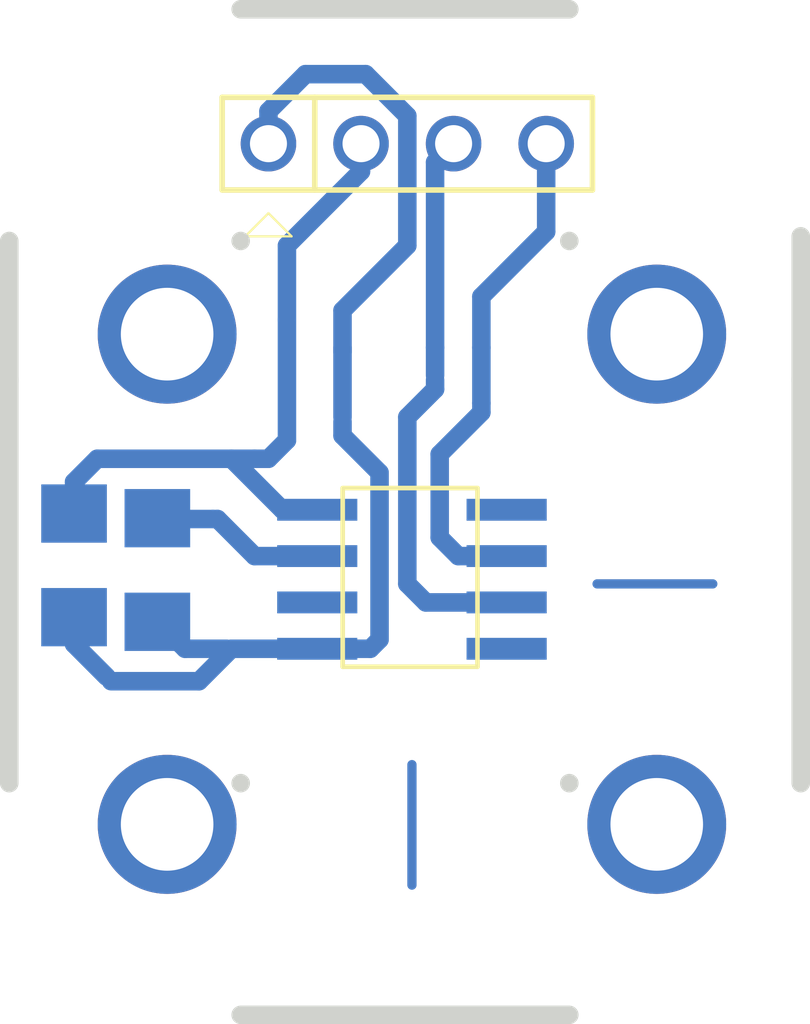
<source format=kicad_pcb>
(kicad_pcb (version 4) (host json2kicad_pcb "2020-10-03 00:10:19")

  (general
    (links 0)
    (no_connects 0)
    (area -95.25 -44.577 9.4996 9.4996)
    (thickness 1.6002)
    (drawings 0)
    (tracks 54)
    (zones 0)
    (modules 5)
    (nets 183)
  )

  (page A3)
  (title_block
    (date "30 dec 2015")
  )

  (layers
  (0 B.Cu signal)
  (1 Inner1.Cu signal)
  (2 Inner2.Cu signal)
  (15 F.Cu signal)
  (20 B.SilkS user)
  (21 F.SilkS user)
  (22 B.Paste user)
  (23 F.Paste user)
  (24 Dwgs.User user)
  (25 Cmts.User user)
  (26 Eco1.User user)
  (27 Eco2.User user)
  (28 Edge.Cuts user)
  (31 B.Cu signal)
  (32 B.Adhes user)
  (33 F.Adhes user)
  (34 B.Paste user)
  (35 F.Paste user)
  (36 B.SilkS user)
  (37 F.SilkS user)
  (38 B.Mask user)
  (39 F.Mask user)
  (40 Dwgs.User user)
  (41 Cmts.User user)
  (42 Eco1.User user)
  (43 Eco2.User user)
  (44 Edge.Cuts user)
  )

  (setup
(last_trace_width 0.254)
    (trace_clearance 0.254)
    (zone_clearance 0.508)
    (zone_45_only no)
    (trace_min 0.254)
    (segment_width 0.2)
    (edge_width 0.1)
    (via_size 1.19888)
    (via_drill 0.635)
    (via_min_size 0.889)
    (via_min_drill 0.508)
    (uvia_size 0.508)
    (uvia_drill 0.127)
    (uvias_allowed no)
    (uvia_min_size 0.508)
    (uvia_min_drill 0.127)
    (pcb_text_width 0.3)
    (pcb_text_size 1.5 1.5)
    (mod_edge_width 0.15)
    (mod_text_size 1 1)
    (mod_text_width 0.15)
    (pad_size 1.5 1.5)
    (pad_drill 0.6)
    (pad_to_mask_clearance 0)
    (aux_axis_origin 0 0)
    (visible_elements 7FFFFFFF)
    (pcbplotparams
      (layerselection 0x00030_80000001)
      (usegerberextensions true)
      (excludeedgelayer true)
      (linewidth 0.150000)
      (plotframeref false)
      (viasonmask false)
      (mode 1)
      (useauxorigin false)
      (hpglpennumber 1)
      (hpglpenspeed 20)
      (hpglpendiameter 15)
      (hpglpenoverlay 2)
      (psnegative false)
      (psa4output false)
      (plotreference true)
      (plotvalue true)
      (plotinvisibletext false)
      (padsonsilk false)
      (subtractmaskfromsilk false)
      (outputformat 1)
      (mirror false)
      (drillshape 1)
      (scaleselection 1)
      (outputdirectory ""))
  )

  (net 0 "")
  (net 1 "N-00001")
  (net 2 "N-00002")
  (net 3 "N-00003")
  (net 4 "N-00004")
  (net 5 "N-00005")
  (net 6 "N-00006")
  (net 7 "N-00007")
  (net 8 "N-00008")
  (net 9 "N-00009")
  (net 10 "N-00010")
  (net 11 "N-00011")
  (net 12 "N-00012")
  (net 13 "N-00013")
  (net 14 "N-00014")
  (net 15 "N-00015")
  (net 16 "N-00016")
  (net 17 "N-00017")
  (net 18 "N-00018")
  (net 19 "N-00019")
  (net 20 "N-00020")
  (net 21 "N-00021")
  (net 22 "N-00022")
  (net 23 "N-00023")
  (net 24 "N-00024")
  (net 25 "N-00025")
  (net 26 "N-00026")
  (net 27 "N-00027")
  (net 28 "N-00028")
  (net 29 "N-00029")
  (net 30 "N-00030")
  (net 31 "N-00031")
  (net 32 "N-00032")
  (net 33 "N-00033")
  (net 34 "N-00034")
  (net 35 "N-00035")
  (net 36 "N-00036")
  (net 37 "N-00037")
  (net 38 "N-00038")
  (net 39 "N-00039")
  (net 40 "N-00040")
  (net 41 "N-00041")
  (net 42 "N-00042")
  (net 43 "N-00043")
  (net 44 "N-00044")
  (net 45 "N-00045")
  (net 46 "N-00046")
  (net 47 "N-00047")
  (net 48 "N-00048")
  (net 49 "N-00049")
  (net 50 "N-00050")
  (net 51 "N-00051")
  (net 52 "N-00052")
  (net 82 "N-00082")
  (net 80 "N-00080")
  (net 55 "N-00055")
  (net 56 "N-00056")
  (net 57 "N-00057")
  (net 58 "N-00058")
  (net 59 "N-00059")
  (net 60 "N-00060")
  (net 61 "N-00061")
  (net 62 "N-00062")
  (net 63 "N-00063")
  (net 64 "N-00064")
  (net 65 "N-00065")
  (net 66 "N-00066")
  (net 67 "N-00067")
  (net 68 "N-00068")
  (net 81 "N-00081")
  (net 70 "N-00070")
  (net 71 "N-00071")
  (net 72 "N-00072")
  (net 73 "N-00073")
  (net 74 "N-00074")
  (net 75 "N-00075")
  (net 76 "N-00076")
  (net 77 "N-00077")
  (net 78 "N-00078")
  (net 79 "N-00079")
  (net 83 "N-00083")
  (net 84 "N-00084")
  (net 85 "N-00085")
  (net 86 "N-00086")
  (net 87 "N-00087")
  (net 88 "N-00088")
  (net 89 "N-00089")
  (net 90 "N-00090")
  (net 91 "N-00091")
  (net 92 "N-00092")
  (net 93 "N-00093")
  (net 94 "N-00094")
  (net 95 "N-00095")
  (net 96 "N-00096")
  (net 97 "N-00097")
  (net 98 "N-00098")
  (net 99 "N-00099")
  (net 100 "N-00100")
  (net 101 "N-00101")
  (net 102 "N-00102")
  (net 103 "N-00103")
  (net 104 "N-00104")
  (net 105 "N-00105")
  (net 106 "N-00106")
  (net 107 "N-00107")
  (net 108 "N-00108")
  (net 109 "N-00109")
  (net 110 "N-00110")
  (net 111 "N-00111")
  (net 112 "N-00112")
  (net 113 "N-00113")
  (net 114 "N-00114")
  (net 115 "N-00115")
  (net 116 "N-00116")
  (net 117 "N-00117")
  (net 118 "N-00118")
  (net 119 "N-00119")
  (net 120 "N-00120")
  (net 121 "N-00121")
  (net 122 "N-00122")
  (net 123 "N-00123")
  (net 124 "N-00124")
  (net 125 "N-00125")
  (net 126 "N-00126")
  (net 127 "N-00127")
  (net 128 "N-00128")
  (net 129 "N-00129")
  (net 130 "N-00130")
  (net 131 "N-00131")
  (net 132 "N-00132")
  (net 133 "N-00133")
  (net 134 "N-00134")
  (net 135 "N-00135")
  (net 136 "N-00136")
  (net 137 "N-00137")
  (net 138 "N-00138")
  (net 139 "N-00139")
  (net 140 "N-00140")
  (net 141 "N-00141")
  (net 142 "N-00142")
  (net 143 "N-00143")
  (net 144 "N-00144")
  (net 145 "N-00145")
  (net 146 "N-00146")
  (net 147 "N-00147")
  (net 148 "N-00148")
  (net 149 "N-00149")
  (net 150 "N-00150")
  (net 151 "N-00151")
  (net 152 "N-00152")
  (net 153 "N-00153")
  (net 154 "N-00154")
  (net 155 "N-00155")
  (net 156 "N-00156")
  (net 159 "N-00159")
  (net 160 "N-00160")
  (net 161 "N-00161")
  (net 162 "N-00162")
  (net 163 "N-00163")
  (net 164 "N-00164")
  (net 165 "N-00165")
  (net 166 "N-00166")
  (net 167 "N-00167")
  (net 168 "N-00168")
  (net 169 "N-00169")
  (net 170 "N-00170")
  (net 171 "N-00171")
  (net 172 "N-00172")
  (net 173 "N-00173")
  (net 174 "N-00174")
  (net 175 "N-00175")
  (net 176 "N-00176")
  (net 177 "N-00177")
  (net 178 "N-00178")
  (net 179 "N-00179")
  (net 180 "N-00180")
  (net 181 "N-00181")
  (net 182 "N-00182")
  (net 183 "N-00183")
  (net 190 "N-00190")
  (net 195 "N-00195")
  (net 188 "N-00188")
  (net 192 "N-00192")

  (net_class Default "This is the default net class."
    (via_dia 1.19888)
    (via_drill 0.635)
    (uvia_drill 0.127)
    (trace_width 0.254)
    (uvia_dia 0.508)
    (clearance 0.254)
    (add_net "")
    (add_net "N-00001")
    (add_net "N-00002")
    (add_net "N-00003")
    (add_net "N-00004")
    (add_net "N-00005")
    (add_net "N-00006")
    (add_net "N-00007")
    (add_net "N-00008")
    (add_net "N-00009")
    (add_net "N-00010")
    (add_net "N-00011")
    (add_net "N-00012")
    (add_net "N-00013")
    (add_net "N-00014")
    (add_net "N-00015")
    (add_net "N-00016")
    (add_net "N-00017")
    (add_net "N-00018")
    (add_net "N-00019")
    (add_net "N-00020")
    (add_net "N-00021")
    (add_net "N-00022")
    (add_net "N-00023")
    (add_net "N-00024")
    (add_net "N-00025")
    (add_net "N-00026")
    (add_net "N-00027")
    (add_net "N-00028")
    (add_net "N-00029")
    (add_net "N-00030")
    (add_net "N-00031")
    (add_net "N-00032")
    (add_net "N-00033")
    (add_net "N-00034")
    (add_net "N-00035")
    (add_net "N-00036")
    (add_net "N-00037")
    (add_net "N-00038")
    (add_net "N-00039")
    (add_net "N-00040")
    (add_net "N-00041")
    (add_net "N-00042")
    (add_net "N-00043")
    (add_net "N-00044")
    (add_net "N-00045")
    (add_net "N-00046")
    (add_net "N-00047")
    (add_net "N-00048")
    (add_net "")
    (add_net "N-00050")
    (add_net "N-00051")
    (add_net "N-00052")
    (add_net "N-00055")
    (add_net "N-00056")
    (add_net "N-00057")
    (add_net "N-00058")
    (add_net "N-00059")
    (add_net "N-00060")
    (add_net "N-00061")
    (add_net "N-00062")
    (add_net "N-00063")
    (add_net "N-00064")
    (add_net "N-00065")
    (add_net "N-00066")
    (add_net "N-00067")
    (add_net "N-00068")
    (add_net "N-00070")
    (add_net "N-00071")
    (add_net "N-00072")
    (add_net "N-00073")
    (add_net "N-00074")
    (add_net "N-00075")
    (add_net "N-00076")
    (add_net "N-00077")
    (add_net "N-00078")
    (add_net "N-00079")
    (add_net "N-00080")
    (add_net "N-00081")
    (add_net "N-00082")
    (add_net "N-00083")
    (add_net "N-00084")
    (add_net "N-00085")
    (add_net "N-00086")
    (add_net "N-00087")
    (add_net "N-00088")
    (add_net "N-00089")
    (add_net "N-00090")
    (add_net "N-00091")
    (add_net "N-00092")
    (add_net "N-00093")
    (add_net "N-00094")
    (add_net "N-00095")
    (add_net "N-00096")
    (add_net "N-00097")
    (add_net "N-00098")
    (add_net "N-00099")
    (add_net "N-00100")
    (add_net "N-00101")
    (add_net "N-00102")
    (add_net "N-00103")
    (add_net "N-00104")
    (add_net "N-00105")
    (add_net "N-00106")
    (add_net "N-00107")
    (add_net "N-00108")
    (add_net "N-00109")
    (add_net "N-00110")
    (add_net "N-00111")
    (add_net "N-00112")
    (add_net "N-00113")
    (add_net "N-00114")
    (add_net "N-00115")
    (add_net "N-00116")
    (add_net "N-00117")
    (add_net "N-00118")
    (add_net "N-00119")
    (add_net "N-00120")
    (add_net "N-00121")
    (add_net "N-00122")
    (add_net "N-00123")
    (add_net "N-00124")
    (add_net "N-00125")
    (add_net "N-00126")
    (add_net "N-00127")
    (add_net "N-00128")
    (add_net "N-00129")
    (add_net "N-00130")
    (add_net "N-00131")
    (add_net "N-00132")
    (add_net "N-00133")
    (add_net "N-00134")
    (add_net "N-00135")
    (add_net "N-00136")
    (add_net "N-00137")
    (add_net "N-00138")
    (add_net "N-00139")
    (add_net "N-00140")
    (add_net "N-00141")
    (add_net "N-00142")
    (add_net "N-00143")
    (add_net "N-00144")
    (add_net "N-00145")
    (add_net "N-00146")
    (add_net "N-00147")
    (add_net "N-00148")
    (add_net "N-00149")
    (add_net "N-00150")
    (add_net "N-00151")
    (add_net "N-00152")
    (add_net "N-00153")
    (add_net "N-00154")
    (add_net "N-00155")
    (add_net "N-00156")
    (add_net "N-00159")
    (add_net "N-00160")
    (add_net "N-00161")
    (add_net "N-00162")
    (add_net "N-00163")
    (add_net "N-00164")
    (add_net "N-00165")
    (add_net "N-00166")
    (add_net "N-00167")
    (add_net "N-00168")
    (add_net "N-00169")
    (add_net "N-00170")
    (add_net "N-00171")
    (add_net "N-00172")
    (add_net "N-00173")
    (add_net "N-00174")
    (add_net "N-00175")
    (add_net "N-00176")
    (add_net "N-00177")
    (add_net "N-00178")
    (add_net "N-00179")
    (add_net "N-00180")
    (add_net "N-00181")
    (add_net "N-00182")
    (add_net "N-00183")
    (add_net "N-00188")
    (add_net "N-00190")
    (add_net "N-00192")
    (add_net "N-00195")
    (add_net "N-00108")
    (add_net "N-00109")
    (add_net "N-00102")
    (add_net "N-00103")
    (add_net "N-00100")
    (add_net "N-00101")
    (add_net "N-00106")
    (add_net "N-00107")
    (add_net "N-00104")
    (add_net "N-00105")
    (add_net "N-00039")
    (add_net "N-00038")
    (add_net "N-00033")
    (add_net "N-00032")
    (add_net "N-00031")
    (add_net "N-00030")
    (add_net "N-00037")
    (add_net "N-00036")
    (add_net "N-00035")
    (add_net "N-00034")
    (add_net "N-00049")
    (add_net "N-00006")
    (add_net "N-00099")
    (add_net "N-00098")
    (add_net "N-00091")
    (add_net "N-00090")
    (add_net "N-00093")
    (add_net "N-00092")
    (add_net "N-00095")
    (add_net "N-00094")
    (add_net "N-00097")
    (add_net "N-00096")
    (add_net "N-00001")
    (add_net "N-00146")
    (add_net "N-00147")
    (add_net "N-00144")
    (add_net "N-00145")
    (add_net "N-00142")
    (add_net "N-00143")
    (add_net "N-00140")
    (add_net "N-00141")
    (add_net "N-00148")
    (add_net "N-00149")
    (add_net "N-00133")
    (add_net "N-00132")
    (add_net "N-00131")
    (add_net "N-00130")
    (add_net "N-00137")
    (add_net "N-00136")
    (add_net "N-00135")
    (add_net "N-00134")
    (add_net "N-00139")
    (add_net "N-00138")
    (add_net "N-00024")
    (add_net "N-00025")
    (add_net "N-00026")
    (add_net "N-00027")
    (add_net "N-00020")
    (add_net "N-00021")
    (add_net "N-00022")
    (add_net "N-00023")
    (add_net "N-00028")
    (add_net "N-00029")
    (add_net "N-00088")
    (add_net "N-00089")
    (add_net "N-00082")
    (add_net "N-00083")
    (add_net "N-00080")
    (add_net "N-00081")
    (add_net "N-00086")
    (add_net "N-00087")
    (add_net "N-00084")
    (add_net "N-00085")
    (add_net "N-00007")
    (add_net "N-00179")
    (add_net "N-00178")
    (add_net "N-00177")
    (add_net "N-00176")
    (add_net "N-00175")
    (add_net "N-00174")
    (add_net "N-00173")
    (add_net "N-00172")
    (add_net "N-00171")
    (add_net "N-00170")
    (add_net "N-00182")
    (add_net "N-00183")
    (add_net "N-00180")
    (add_net "N-00002")
    (add_net "N-00188")
    (add_net "N-00190")
    (add_net "N-00192")
    (add_net "N-00011")
    (add_net "N-00010")
    (add_net "N-00013")
    (add_net "N-00012")
    (add_net "N-00015")
    (add_net "N-00014")
    (add_net "N-00017")
    (add_net "N-00016")
    (add_net "N-00019")
    (add_net "N-00018")
    (add_net "N-00077")
    (add_net "N-00076")
    (add_net "N-00075")
    (add_net "N-00074")
    (add_net "N-00073")
    (add_net "N-00072")
    (add_net "N-00071")
    (add_net "N-00070")
    (add_net "N-00079")
    (add_net "N-00078")
    (add_net "N-00008")
    (add_net "N-00120")
    (add_net "N-00121")
    (add_net "N-00122")
    (add_net "N-00123")
    (add_net "N-00124")
    (add_net "N-00125")
    (add_net "N-00126")
    (add_net "N-00127")
    (add_net "N-00128")
    (add_net "N-00129")
    (add_net "N-00003")
    (add_net "N-00060")
    (add_net "N-00061")
    (add_net "N-00062")
    (add_net "N-00063")
    (add_net "N-00064")
    (add_net "N-00065")
    (add_net "N-00066")
    (add_net "N-00067")
    (add_net "N-00068")
    (add_net "N-00168")
    (add_net "N-00169")
    (add_net "N-00164")
    (add_net "N-00165")
    (add_net "N-00166")
    (add_net "N-00167")
    (add_net "N-00160")
    (add_net "N-00161")
    (add_net "N-00162")
    (add_net "N-00163")
    (add_net "N-00009")
    (add_net "N-00004")
    (add_net "N-00059")
    (add_net "N-00058")
    (add_net "N-00055")
    (add_net "N-00057")
    (add_net "N-00056")
    (add_net "N-00051")
    (add_net "N-00050")
    (add_net "N-00052")
    (add_net "N-00115")
    (add_net "N-00114")
    (add_net "N-00117")
    (add_net "N-00116")
    (add_net "N-00111")
    (add_net "N-00110")
    (add_net "N-00113")
    (add_net "N-00112")
    (add_net "N-00119")
    (add_net "N-00118")
    (add_net "N-00181")
    (add_net "N-00195")
    (add_net "N-00151")
    (add_net "N-00150")
    (add_net "N-00153")
    (add_net "N-00152")
    (add_net "N-00155")
    (add_net "N-00154")
    (add_net "N-00156")
    (add_net "N-00159")
    (add_net "N-00048")
    (add_net "N-00049")
    (add_net "N-00046")
    (add_net "N-00047")
    (add_net "N-00044")
    (add_net "N-00045")
    (add_net "N-00042")
    (add_net "N-00043")
    (add_net "N-00040")
    (add_net "N-00041")
    (add_net "N-00005")
  )
  (segment (start -93.472 -27.178) (end -92.583 -26.289) (width 0.508) (layer F.Cu) (net 153))
  (gr_line (start -88.9 -23.368) (end -88.9 -23.368) (angle -90.00) (width 0.508) (layer Edge.Cuts))
  (gr_line (start -79.883 -23.368) (end -79.883 -23.368) (angle -90.00) (width 0.508) (layer Edge.Cuts))
  (segment (start -87.757 -30.861) (end -89.154 -32.258) (width 0.508) (layer F.Cu) (net 151))
  (gr_line (start -79.883 -17.018) (end -88.9 -17.018) (angle 51566.20) (width 0.508) (layer Edge.Cuts))
  (module "meow_gopro_bot_screw"
    (layer "F.Cu")
    (tedit 0)
    (tstamp 0)
    (at -84.201 -28.956 135.00)
    (fp_text reference "x"
      (at 0.0 0.0 0.00)
      (layer F.SilkS)
      (effects (font (size 0.0 0.0)
        (thickness 0.0)))
    )
    (fp_text reference "screw"
      (at 0.0 0.0 0.00)
      (layer F.SilkS)
      (effects (font (size 0.0 0.0)
        (thickness 0.0)))
    )
    (pad S0 thru_hole oval (at 0.0 9.4996 135.00) (size 3.81 3.81) (drill 2.54) (layers "B.Cu" "Inner1.Cu" "Inner2.Cu" "F.Cu" "B.Paste" "F.Paste") (net 129 N-00129))
    (pad S1 thru_hole oval (at 9.4996 0.0 135.00) (size 3.81 3.81) (drill 2.54) (layers "B.Cu" "Inner1.Cu" "Inner2.Cu" "F.Cu" "B.Paste" "F.Paste") (net 130 N-00130))
    (pad S2 thru_hole oval (at 0.0 -9.4996 135.00) (size 3.81 3.81) (drill 2.54) (layers "B.Cu" "Inner1.Cu" "Inner2.Cu" "F.Cu" "B.Paste" "F.Paste") (net 131 N-00131))
    (pad S3 thru_hole oval (at -9.4996 0.0 135.00) (size 3.81 3.81) (drill 2.54) (layers "B.Cu" "Inner1.Cu" "Inner2.Cu" "F.Cu" "B.Paste" "F.Paste") (net 132 N-00132))
  )

  (gr_line (start -95.25 -34.417) (end -95.25 -23.368) (angle 51566.20) (width 0.508) (layer Edge.Cuts))
  (gr_line (start -73.533 -34.417) (end -73.533 -23.368) (angle 51566.20) (width 0.508) (layer Edge.Cuts))
  (module "SOIC-8"
    (layer "F.Cu")
    (tedit 0)
    (tstamp 0)
    (at -84.201 -28.956 -90.00)
    (fp_text reference "enc"
      (at -1.905 0.0 0.00)
      (layer Eco1.User)
      (effects (font (size 1.27 0.0)
        (thickness 0.0)))
    )
    (fp_text value "as5600"
      (at -1.905 0.0 0.00)
      (layer Eco1.User)
      (effects (font (size 1.27 0.0)
        (thickness 0.0)))
    )
    (fp_line (start 2.39776 -1.89992) (end 2.39776 1.39954) (layer Cmts.User) (width 0.2032))
    (fp_line (start 2.39776 1.39954) (end 2.39776 1.89992) (layer Cmts.User) (width 0.2032))
    (fp_line (start 2.39776 1.89992) (end -2.39776 1.89992) (layer Cmts.User) (width 0.2032))
    (fp_line (start -2.39776 1.89992) (end -2.39776 1.39954) (layer Cmts.User) (width 0.2032))
    (fp_line (start -2.39776 1.39954) (end -2.39776 -1.89992) (layer Cmts.User) (width 0.2032))
    (fp_line (start -2.39776 -1.89992) (end 2.39776 -1.89992) (layer Cmts.User) (width 0.2032))
    (fp_line (start 2.39776 1.39954) (end -2.39776 1.39954) (layer Cmts.User) (width 0.2032))
    (fp_line (start -2.49936 -1.79832) (end 2.39776 -1.79832) (layer F.SilkS) (width 0.127))
    (fp_line (start 2.39776 -1.79832) (end 2.39776 1.89992) (layer F.SilkS) (width 0.127))
    (fp_line (start 2.39776 1.89992) (end -2.49936 1.89992) (layer F.SilkS) (width 0.127))
    (fp_line (start -2.49936 1.89992) (end -2.49936 -1.79832) (layer F.SilkS) (width 0.127))
    (fp_line (start -2.14884 3.0988) (end -1.65862 3.0988) (layer Cmts.User) (width 0.127))
    (fp_line (start -1.65862 3.0988) (end -1.65862 1.99898) (layer Cmts.User) (width 0.127))
    (fp_line (start -1.65862 1.99898) (end -2.14884 1.99898) (layer Cmts.User) (width 0.127))
    (fp_line (start -2.14884 1.99898) (end -2.14884 3.0988) (layer Cmts.User) (width 0.127))
    (fp_line (start -0.87884 3.0988) (end -0.38862 3.0988) (layer Cmts.User) (width 0.127))
    (fp_line (start -0.38862 3.0988) (end -0.38862 1.99898) (layer Cmts.User) (width 0.127))
    (fp_line (start -0.38862 1.99898) (end -0.87884 1.99898) (layer Cmts.User) (width 0.127))
    (fp_line (start -0.87884 1.99898) (end -0.87884 3.0988) (layer Cmts.User) (width 0.127))
    (fp_line (start 0.38862 3.0988) (end 0.87884 3.0988) (layer Cmts.User) (width 0.127))
    (fp_line (start 0.87884 3.0988) (end 0.87884 1.99898) (layer Cmts.User) (width 0.127))
    (fp_line (start 0.87884 1.99898) (end 0.38862 1.99898) (layer Cmts.User) (width 0.127))
    (fp_line (start 0.38862 1.99898) (end 0.38862 3.0988) (layer Cmts.User) (width 0.127))
    (fp_line (start 1.65862 3.0988) (end 2.14884 3.0988) (layer Cmts.User) (width 0.127))
    (fp_line (start 2.14884 3.0988) (end 2.14884 1.99898) (layer Cmts.User) (width 0.127))
    (fp_line (start 2.14884 1.99898) (end 1.65862 1.99898) (layer Cmts.User) (width 0.127))
    (fp_line (start 1.65862 1.99898) (end 1.65862 3.0988) (layer Cmts.User) (width 0.127))
    (fp_line (start 1.65862 -1.99898) (end 2.14884 -1.99898) (layer Cmts.User) (width 0.127))
    (fp_line (start 2.14884 -1.99898) (end 2.14884 -3.0988) (layer Cmts.User) (width 0.127))
    (fp_line (start 2.14884 -3.0988) (end 1.65862 -3.0988) (layer Cmts.User) (width 0.127))
    (fp_line (start 1.65862 -3.0988) (end 1.65862 -1.99898) (layer Cmts.User) (width 0.127))
    (fp_line (start 0.38862 -1.99898) (end 0.87884 -1.99898) (layer Cmts.User) (width 0.127))
    (fp_line (start 0.87884 -1.99898) (end 0.87884 -3.0988) (layer Cmts.User) (width 0.127))
    (fp_line (start 0.87884 -3.0988) (end 0.38862 -3.0988) (layer Cmts.User) (width 0.127))
    (fp_line (start 0.38862 -3.0988) (end 0.38862 -1.99898) (layer Cmts.User) (width 0.127))
    (fp_line (start -0.87884 -1.99898) (end -0.38862 -1.99898) (layer Cmts.User) (width 0.127))
    (fp_line (start -0.38862 -1.99898) (end -0.38862 -3.0988) (layer Cmts.User) (width 0.127))
    (fp_line (start -0.38862 -3.0988) (end -0.87884 -3.0988) (layer Cmts.User) (width 0.127))
    (fp_line (start -0.87884 -3.0988) (end -0.87884 -1.99898) (layer Cmts.User) (width 0.127))
    (fp_line (start -2.14884 -1.99898) (end -1.65862 -1.99898) (layer Cmts.User) (width 0.127))
    (fp_line (start -1.65862 -1.99898) (end -1.65862 -3.0988) (layer Cmts.User) (width 0.127))
    (fp_line (start -1.65862 -3.0988) (end -2.14884 -3.0988) (layer Cmts.User) (width 0.127))
    (fp_line (start -2.14884 -3.0988) (end -2.14884 -1.99898) (layer Cmts.User) (width 0.127))
    (pad 2 smd rect (at -0.635 2.59842 -90.00) (size 0.59944 2.19964) (drill 0.0) (layers "F.Cu" "F.Paste") (net 149 N-00149))
    (pad 7 smd rect (at -0.635 -2.59842 -90.00) (size 0.59944 2.19964) (drill 0.0) (layers "F.Cu" "F.Paste") (net 182 N-00182))
    (pad 1 smd rect (at -1.905 2.59842 -90.00) (size 0.59944 2.19964) (drill 0.0) (layers "F.Cu" "F.Paste") (net 151 N-00151))
    (pad 3 smd rect (at 0.635 2.59842 -90.00) (size 0.59944 2.19964) (drill 0.0) (layers "F.Cu" "F.Paste") (net 188 N-00188))
    (pad 4 smd rect (at 1.905 2.59842 -90.00) (size 0.59944 2.19964) (drill 0.0) (layers "F.Cu" "F.Paste") (net 153 N-00153))
    (pad 8 smd rect (at -1.905 -2.59842 -90.00) (size 0.59944 2.19964) (drill 0.0) (layers "F.Cu" "F.Paste") (net 190 N-00190))
    (pad 6 smd rect (at 0.635 -2.59842 -90.00) (size 0.59944 2.19964) (drill 0.0) (layers "F.Cu" "F.Paste") (net 183 N-00183))
    (pad 5 smd rect (at 1.905 -2.59842 -90.00) (size 0.59944 2.19964) (drill 0.0) (layers "F.Cu" "F.Paste") (net 192 N-00192))
  )

  (gr_line (start -79.883 -44.577) (end -88.9 -44.577) (angle 51566.20) (width 0.508) (layer Edge.Cuts))
  (module "C1206"
    (layer "F.Cu")
    (tedit 0)
    (tstamp 0)
    (at -93.472 -29.337 -90.00)
    (fp_text reference "C0"
      (at -0.635 0.0 0.00)
      (layer Eco1.User)
      (effects (font (size 1.27 0.0)
        (thickness 0.0)))
    )
    (fp_text value "100nF"
      (at 3.175 0.0 0.00)
      (layer Eco1.User)
      (effects (font (size 1.27 0.0)
        (thickness 0.0)))
    )
    (fp_line (start 0.9525 0.8128) (end -0.9652 0.8128) (layer Cmts.User) (width 0.1524))
    (fp_line (start 0.9525 -0.8128) (end -0.9652 -0.8128) (layer Cmts.User) (width 0.1524))
    (fp_line (start -1.6891 0.8763) (end -0.9525 0.8763) (layer Cmts.User) (width 0.127))
    (fp_line (start -0.9525 0.8763) (end -0.9525 -0.8763) (layer Cmts.User) (width 0.127))
    (fp_line (start -0.9525 -0.8763) (end -1.6891 -0.8763) (layer Cmts.User) (width 0.127))
    (fp_line (start -1.6891 -0.8763) (end -1.6891 0.8763) (layer Cmts.User) (width 0.127))
    (fp_line (start 0.9525 0.8763) (end 1.6891 0.8763) (layer Cmts.User) (width 0.127))
    (fp_line (start 1.6891 0.8763) (end 1.6891 -0.8763) (layer Cmts.User) (width 0.127))
    (fp_line (start 1.6891 -0.8763) (end 0.9525 -0.8763) (layer Cmts.User) (width 0.127))
    (fp_line (start 0.9525 -0.8763) (end 0.9525 0.8763) (layer Cmts.User) (width 0.127))
    (pad 2 smd rect (at 1.41986 0.0 -90.00) (size 1.59766 1.80086) (drill 0.0) (layers "F.Cu" "F.Paste") (net 153 N-00153))
    (pad 1 smd rect (at -1.41986 0.0 -90.00) (size 1.59766 1.80086) (drill 0.0) (layers "F.Cu" "F.Paste") (net 151 N-00151))
  )

  (segment (start -85.344 -27.051) (end -86.741 -27.051) (width 0.508) (layer F.Cu) (net 153))
  (segment (start -82.296 -33.782) (end -82.296 -35.306) (width 0.508) (layer F.Cu) (net 182))
  (segment (start -84.201 -23.876) (end -84.201 -20.574) (width 0.254) (layer F.Cu) (net 181))
  (segment (start -79.121 -28.829) (end -75.946 -28.829) (width 0.254) (layer F.Cu) (net 180))
  (segment (start -85.471 -42.799) (end -84.328 -41.656) (width 0.508) (layer F.Cu) (net 153))
  (module "HEADER_PRG_1X04"
    (layer "F.Cu")
    (tedit 0)
    (tstamp 0)
    (at -84.328 -40.894 0.00)
    (fp_text reference "CONN"
      (at -0.9525 0.0 0.00)
      (layer Eco1.User)
      (effects (font (size 1.27 0.0)
        (thickness 0.0)))
    )
    (fp_text value "VGCD"
      (at 0.0 0.0 0.00)
      (layer Eco1.User)
      (effects (font (size 0.0 0.0)
        (thickness 0.0)))
    )
    (fp_line (start -5.08 1.27) (end -5.08 -1.27) (layer F.SilkS) (width 0.1524))
    (fp_line (start -5.08 -1.27) (end -2.54 -1.27) (layer F.SilkS) (width 0.1524))
    (fp_line (start -2.54 -1.27) (end 5.08 -1.27) (layer F.SilkS) (width 0.1524))
    (fp_line (start 5.08 -1.27) (end 5.08 1.27) (layer F.SilkS) (width 0.1524))
    (fp_line (start 5.08 1.27) (end -2.54 1.27) (layer F.SilkS) (width 0.1524))
    (fp_line (start -2.54 1.27) (end -5.08 1.27) (layer F.SilkS) (width 0.1524))
    (fp_line (start -2.54 1.27) (end -2.54 -1.27) (layer F.SilkS) (width 0.1524))
    (fp_line (start -3.81 1.905) (end -4.445 2.54) (layer F.SilkS) (width 0.06096))
    (fp_line (start -4.445 2.54) (end -3.175 2.54) (layer F.SilkS) (width 0.06096))
    (fp_line (start -3.175 2.54) (end -3.81 1.905) (layer F.SilkS) (width 0.06096))
    (fp_line (start 3.556 0.254) (end 4.064 0.254) (layer Dwgs.User) (width 0.127))
    (fp_line (start 4.064 0.254) (end 4.064 -0.254) (layer Dwgs.User) (width 0.127))
    (fp_line (start 4.064 -0.254) (end 3.556 -0.254) (layer Dwgs.User) (width 0.127))
    (fp_line (start 3.556 -0.254) (end 3.556 0.254) (layer Dwgs.User) (width 0.127))
    (fp_line (start 1.016 0.254) (end 1.524 0.254) (layer Dwgs.User) (width 0.127))
    (fp_line (start 1.524 0.254) (end 1.524 -0.254) (layer Dwgs.User) (width 0.127))
    (fp_line (start 1.524 -0.254) (end 1.016 -0.254) (layer Dwgs.User) (width 0.127))
    (fp_line (start 1.016 -0.254) (end 1.016 0.254) (layer Dwgs.User) (width 0.127))
    (fp_line (start -1.524 0.254) (end -1.016 0.254) (layer Dwgs.User) (width 0.127))
    (fp_line (start -1.016 0.254) (end -1.016 -0.254) (layer Dwgs.User) (width 0.127))
    (fp_line (start -1.016 -0.254) (end -1.524 -0.254) (layer Dwgs.User) (width 0.127))
    (fp_line (start -1.524 -0.254) (end -1.524 0.254) (layer Dwgs.User) (width 0.127))
    (fp_line (start -4.064 0.254) (end -3.556 0.254) (layer Dwgs.User) (width 0.127))
    (fp_line (start -3.556 0.254) (end -3.556 -0.254) (layer Dwgs.User) (width 0.127))
    (fp_line (start -3.556 -0.254) (end -4.064 -0.254) (layer Dwgs.User) (width 0.127))
    (fp_line (start -4.064 -0.254) (end -4.064 0.254) (layer Dwgs.User) (width 0.127))
    (pad 1 thru_hole oval (at -3.81 0.0 0.00) (size 1.524 1.524) (drill 1.016) (layers "B.Cu" "Inner1.Cu" "Inner2.Cu" "F.Cu" "B.Paste" "F.Paste") (net 153 N-00153))
    (pad 2 thru_hole oval (at -1.27 0.0 0.00) (size 1.524 1.524) (drill 1.016) (layers "B.Cu" "Inner1.Cu" "Inner2.Cu" "F.Cu" "B.Paste" "F.Paste") (net 151 N-00151))
    (pad 3 thru_hole oval (at 1.27 0.0 0.00) (size 1.524 1.524) (drill 1.016) (layers "B.Cu" "Inner1.Cu" "Inner2.Cu" "F.Cu" "B.Paste" "F.Paste") (net 183 N-00183))
    (pad 4 thru_hole oval (at 3.81 0.0 0.00) (size 1.524 1.524) (drill 1.016) (layers "B.Cu" "Inner1.Cu" "Inner2.Cu" "F.Cu" "B.Paste" "F.Paste") (net 182 N-00182))
  )

  (segment (start -86.106 -35.306) (end -86.106 -33.401) (width 0.508) (layer F.Cu) (net 153))
  (segment (start -90.424 -27.051) (end -91.186 -27.813) (width 0.508) (layer F.Cu) (net 153))
  (segment (start -83.566 -35.306) (end -83.566 -40.386) (width 0.508) (layer F.Cu) (net 183))
  (segment (start -83.566 -40.386) (end -83.058 -40.894) (width 0.508) (layer F.Cu) (net 183))
  (segment (start -80.518 -38.481) (end -80.518 -40.894) (width 0.508) (layer F.Cu) (net 182))
  (segment (start -92.837 -32.258) (end -88.519 -32.258) (width 0.508) (layer F.Cu) (net 151))
  (segment (start -93.472 -31.623) (end -92.837 -32.258) (width 0.508) (layer F.Cu) (net 151))
  (segment (start -93.472 -30.607) (end -93.472 -31.623) (width 0.508) (layer F.Cu) (net 151))
  (segment (start -82.296 -36.703) (end -80.518 -38.481) (width 0.508) (layer F.Cu) (net 182))
  (gr_line (start -73.533 -34.417) (end -73.533 -38.354) (angle 51566.20) (width 0.508) (layer Edge.Cuts))
  (gr_line (start -88.9 -38.227) (end -88.9 -38.227) (angle -90.00) (width 0.508) (layer Edge.Cuts))
  (segment (start -83.566 -35.306) (end -83.566 -34.544) (width 0.508) (layer F.Cu) (net 183))
  (segment (start -85.09 -27.305) (end -85.344 -27.051) (width 0.508) (layer F.Cu) (net 153))
  (segment (start -88.138 -40.894) (end -88.138 -41.783) (width 0.508) (layer F.Cu) (net 153))
  (segment (start -88.138 -41.783) (end -87.122 -42.799) (width 0.508) (layer F.Cu) (net 153))
  (segment (start -87.122 -42.799) (end -85.471 -42.799) (width 0.508) (layer F.Cu) (net 153))
  (module "C1206"
    (layer "F.Cu")
    (tedit 0)
    (tstamp 0)
    (at -91.186 -29.21 -90.00)
    (fp_text reference "C1"
      (at -0.635 0.0 0.00)
      (layer Eco1.User)
      (effects (font (size 1.27 0.0)
        (thickness 0.0)))
    )
    (fp_text value "1uF"
      (at 3.175 0.0 0.00)
      (layer Eco1.User)
      (effects (font (size 1.27 0.0)
        (thickness 0.0)))
    )
    (fp_line (start 0.9525 0.8128) (end -0.9652 0.8128) (layer Cmts.User) (width 0.1524))
    (fp_line (start 0.9525 -0.8128) (end -0.9652 -0.8128) (layer Cmts.User) (width 0.1524))
    (fp_line (start -1.6891 0.8763) (end -0.9525 0.8763) (layer Cmts.User) (width 0.127))
    (fp_line (start -0.9525 0.8763) (end -0.9525 -0.8763) (layer Cmts.User) (width 0.127))
    (fp_line (start -0.9525 -0.8763) (end -1.6891 -0.8763) (layer Cmts.User) (width 0.127))
    (fp_line (start -1.6891 -0.8763) (end -1.6891 0.8763) (layer Cmts.User) (width 0.127))
    (fp_line (start 0.9525 0.8763) (end 1.6891 0.8763) (layer Cmts.User) (width 0.127))
    (fp_line (start 1.6891 0.8763) (end 1.6891 -0.8763) (layer Cmts.User) (width 0.127))
    (fp_line (start 1.6891 -0.8763) (end 0.9525 -0.8763) (layer Cmts.User) (width 0.127))
    (fp_line (start 0.9525 -0.8763) (end 0.9525 0.8763) (layer Cmts.User) (width 0.127))
    (pad 2 smd rect (at 1.41986 0.0 -90.00) (size 1.59766 1.80086) (drill 0.0) (layers "F.Cu" "F.Paste") (net 153 N-00153))
    (pad 1 smd rect (at -1.41986 0.0 -90.00) (size 1.59766 1.80086) (drill 0.0) (layers "F.Cu" "F.Paste") (net 149 N-00149))
  )

  (gr_line (start -95.25 -34.417) (end -95.25 -38.227) (angle 51566.20) (width 0.508) (layer Edge.Cuts))
  (segment (start -87.63 -32.766) (end -87.63 -36.068) (width 0.508) (layer F.Cu) (net 151))
  (segment (start -89.662 -30.607) (end -91.059 -30.607) (width 0.508) (layer F.Cu) (net 149))
  (segment (start -82.296 -35.306) (end -82.296 -36.703) (width 0.508) (layer F.Cu) (net 182))
  (segment (start -90.043 -26.162) (end -89.154 -27.051) (width 0.508) (layer F.Cu) (net 153))
  (segment (start -93.472 -27.813) (end -93.472 -27.178) (width 0.508) (layer F.Cu) (net 153))
  (segment (start -85.598 -40.132) (end -85.598 -40.894) (width 0.508) (layer F.Cu) (net 151))
  (segment (start -87.63 -38.1) (end -85.598 -40.132) (width 0.508) (layer F.Cu) (net 151))
  (segment (start -87.63 -36.068) (end -87.63 -38.1) (width 0.508) (layer F.Cu) (net 151))
  (segment (start -86.106 -36.322) (end -86.106 -35.179) (width 0.508) (layer F.Cu) (net 153))
  (gr_line (start -79.883 -38.227) (end -79.883 -38.227) (angle -90.00) (width 0.508) (layer Edge.Cuts))
  (segment (start -84.328 -38.1) (end -86.106 -36.322) (width 0.508) (layer F.Cu) (net 153))
  (segment (start -84.328 -41.656) (end -84.328 -38.1) (width 0.508) (layer F.Cu) (net 153))
  (segment (start -88.519 -32.258) (end -88.138 -32.258) (width 0.508) (layer F.Cu) (net 151))
  (segment (start -88.138 -32.258) (end -87.63 -32.766) (width 0.508) (layer F.Cu) (net 151))
  (segment (start -89.662 -30.607) (end -89.535 -30.607) (width 0.508) (layer F.Cu) (net 149))
  (segment (start -89.535 -30.607) (end -88.519 -29.591) (width 0.508) (layer F.Cu) (net 149))
  (segment (start -88.519 -29.591) (end -86.741 -29.591) (width 0.508) (layer F.Cu) (net 149))
  (segment (start -86.741 -30.861) (end -87.757 -30.861) (width 0.508) (layer F.Cu) (net 151))
  (segment (start -92.456 -26.162) (end -90.043 -26.162) (width 0.508) (layer F.Cu) (net 153))
  (segment (start -89.154 -27.051) (end -86.741 -27.051) (width 0.508) (layer F.Cu) (net 153))
  (segment (start -89.281 -27.051) (end -90.424 -27.051) (width 0.508) (layer F.Cu) (net 153))
  (segment (start -86.106 -33.274) (end -86.106 -32.893) (width 0.508) (layer F.Cu) (net 153))
  (segment (start -86.106 -32.893) (end -85.09 -31.877) (width 0.508) (layer F.Cu) (net 153))
  (segment (start -85.09 -31.877) (end -85.09 -27.305) (width 0.508) (layer F.Cu) (net 153))
  (segment (start -83.566 -34.417) (end -83.566 -34.163) (width 0.508) (layer F.Cu) (net 183))
  (segment (start -83.566 -34.163) (end -84.328 -33.401) (width 0.508) (layer F.Cu) (net 183))
  (segment (start -84.328 -33.401) (end -84.328 -28.829) (width 0.508) (layer F.Cu) (net 183))
  (segment (start -84.328 -28.829) (end -83.82 -28.321) (width 0.508) (layer F.Cu) (net 183))
  (segment (start -83.82 -28.321) (end -81.661 -28.321) (width 0.508) (layer F.Cu) (net 183))
  (segment (start -82.296 -33.782) (end -82.296 -33.528) (width 0.508) (layer F.Cu) (net 182))
  (segment (start -82.296 -33.528) (end -83.439 -32.385) (width 0.508) (layer F.Cu) (net 182))
  (segment (start -83.439 -32.385) (end -83.439 -30.099) (width 0.508) (layer F.Cu) (net 182))
  (segment (start -83.439 -30.099) (end -82.931 -29.591) (width 0.508) (layer F.Cu) (net 182))
  (segment (start -82.931 -29.591) (end -81.661 -29.591) (width 0.508) (layer F.Cu) (net 182))
)

</source>
